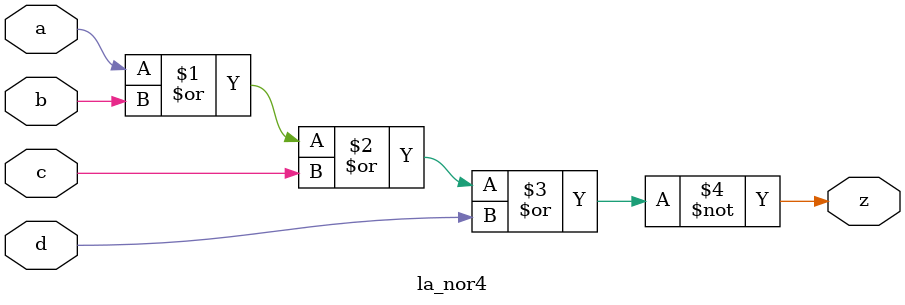
<source format=v>
module la_nor4(	// file.cleaned.mlir:2:3
  input  a,	// file.cleaned.mlir:2:25
         b,	// file.cleaned.mlir:2:37
         c,	// file.cleaned.mlir:2:49
         d,	// file.cleaned.mlir:2:61
  output z	// file.cleaned.mlir:2:74
);

  assign z = ~(a | b | c | d);	// file.cleaned.mlir:4:10, :5:10, :6:5
endmodule


</source>
